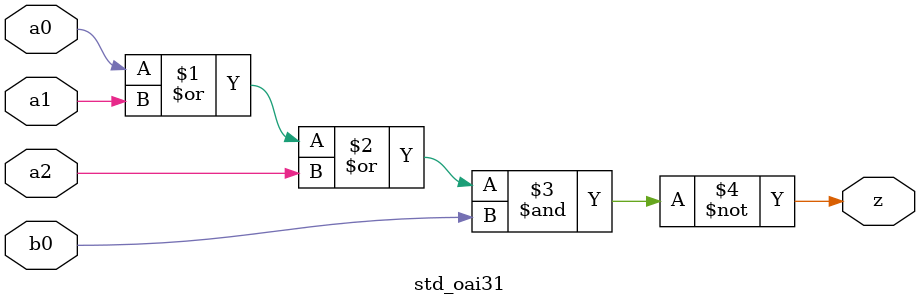
<source format=sv>

module std_oai31 #(parameter DW = 1 ) // array width
(
	input [DW-1:0]  a0,
	input [DW-1:0]  a1,
	input [DW-1:0]  a2,
	input [DW-1:0]  b0, 
	output [DW-1:0] z
);

assign z = ~((a0 | a1 | a2) & b0);

endmodule

</source>
